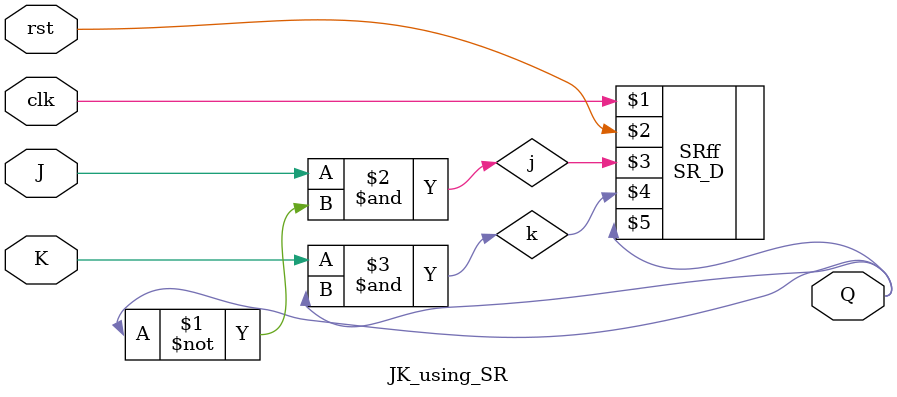
<source format=v>
 module JK_using_SR(input clk,rst,J,K, output Q);
 wire j,k;
 
 and A1(j,J,~Q);
 and A2(k,K,Q);
 
 ///Instantiation
 SR_D SRff(clk,rst,j,k,Q);
 
 endmodule
 
 
 
</source>
